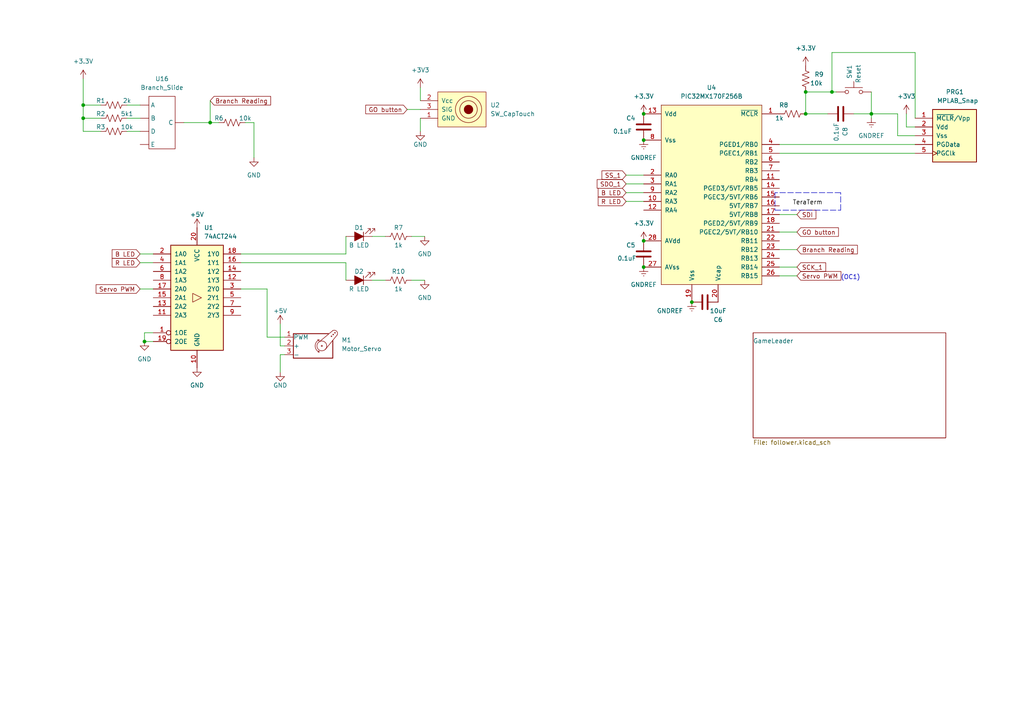
<source format=kicad_sch>
(kicad_sch (version 20211123) (generator eeschema)
  (paper "A4")
  (lib_symbols
    (symbol "218 spdl:74xxx244" (pin_names (offset 1.016))
      (property "Reference" "U" (at -7.62 16.51 0))
      (property "Value" "74xxx244" (at -7.62 -16.51 0))
      (symbol "74xxx244_1_0"
        (polyline (pts (xy 1.27 0) (xy -1.27 1.27) (xy -1.27 -1.27) (xy 1.27 0)) (stroke (width 0.1524)))
        (pin input inverted (at -12.7 -10.16 0) (length 5.08) (name "1OE") (number "1"))
        (pin power_in line (at 0 -20.32 90) (length 5.08) (name "GND") (number "10"))
        (pin input line (at -12.7 -5.08 0) (length 5.08) (name "2A3") (number "11"))
        (pin output line (at 12.7 5.08 180) (length 5.08) (name "1Y3") (number "12"))
        (pin input line (at -12.7 -2.54 0) (length 5.08) (name "2A2") (number "13"))
        (pin output line (at 12.7 7.62 180) (length 5.08) (name "1Y2") (number "14"))
        (pin input line (at -12.7 0 0) (length 5.08) (name "2A1") (number "15"))
        (pin output line (at 12.7 10.16 180) (length 5.08) (name "1Y1") (number "16"))
        (pin input line (at -12.7 2.54 0) (length 5.08) (name "2A0") (number "17"))
        (pin output line (at 12.7 12.7 180) (length 5.08) (name "1Y0") (number "18"))
        (pin input inverted (at -12.7 -12.7 0) (length 5.08) (name "2OE") (number "19"))
        (pin input line (at -12.7 12.7 0) (length 5.08) (name "1A0") (number "2"))
        (pin power_in line (at 0 20.32 270) (length 5.08) (name "VCC") (number "20"))
        (pin output line (at 12.7 2.54 180) (length 5.08) (name "2Y0") (number "3"))
        (pin input line (at -12.7 10.16 0) (length 5.08) (name "1A1") (number "4"))
        (pin output line (at 12.7 0 180) (length 5.08) (name "2Y1") (number "5"))
        (pin input line (at -12.7 7.62 0) (length 5.08) (name "1A2") (number "6"))
        (pin output line (at 12.7 -2.54 180) (length 5.08) (name "2Y2") (number "7"))
        (pin input line (at -12.7 5.08 0) (length 5.08) (name "1A3") (number "8"))
        (pin output line (at 12.7 -5.08 180) (length 5.08) (name "2Y3") (number "9"))
      )
      (symbol "74xxx244_1_1"
        (rectangle (start -7.62 15.24) (end 7.62 -15.24) (stroke (width 0.254)) (fill (type background)))
      )
    )
    (symbol "218 spdl:LED" (pin_numbers hide) (pin_names (offset 1.016) hide)
      (property "Reference" "D" (at 0 2.54 0))
      (property "Value" "LED" (at 0 -2.54 0))
      (symbol "LED_0_1"
        (polyline (pts (xy -1.27 -1.27) (xy -1.27 1.27)) (stroke (width 0.2032)))
        (polyline (pts (xy -1.27 0) (xy 1.27 0)))
        (polyline (pts (xy 1.27 -1.27) (xy 1.27 1.27) (xy -1.27 0) (xy 1.27 -1.27)) (stroke (width 0.2032)) (fill (type outline)))
        (polyline (pts (xy -3.048 -0.762) (xy -4.572 -2.286) (xy -3.81 -2.286) (xy -4.572 -2.286) (xy -4.572 -1.524)))
        (polyline (pts (xy -1.778 -0.762) (xy -3.302 -2.286) (xy -2.54 -2.286) (xy -3.302 -2.286) (xy -3.302 -1.524)))
      )
      (symbol "LED_1_1"
        (pin passive line (at -3.81 0 0) (length 2.54) (name "K") (number "1"))
        (pin passive line (at 3.81 0 180) (length 2.54) (name "A") (number "2"))
      )
    )
    (symbol "218 spdl:Motor_Servo" (pin_names (offset 0.0254))
      (property "Reference" "M" (at -5.08 4.445 0))
      (property "Value" "Motor_Servo" (at -5.08 -4.064 0))
      (symbol "Motor_Servo_0_1"
        (polyline (pts (xy 2.413 -1.778) (xy 2.032 -1.778)))
        (polyline (pts (xy 2.413 -1.778) (xy 2.286 -1.397)))
        (polyline (pts (xy 2.413 1.778) (xy 1.905 1.778)))
        (polyline (pts (xy 2.413 1.778) (xy 2.286 1.397)))
        (polyline (pts (xy 6.35 4.445) (xy 2.54 1.27)))
        (polyline (pts (xy 7.62 3.175) (xy 4.191 -1.016)))
        (polyline (pts (xy 5.08 3.556) (xy -5.08 3.556) (xy -5.08 -3.556) (xy 6.35 -3.556) (xy 6.35 1.524)) (stroke (width 0.254)))
        (arc (start 2.413 1.778) (mid 1.2406 0) (end 2.413 -1.778))
        (circle (center 3.175 0) (radius 0.1778))
        (circle (center 3.175 0) (radius 1.4224))
        (circle (center 5.969 2.794) (radius 0.127))
        (circle (center 6.477 3.302) (radius 0.127))
        (circle (center 6.985 3.81) (radius 0.127))
        (arc (start 7.62 3.175) (mid 7.4485 4.2735) (end 6.35 4.445))
      )
      (symbol "Motor_Servo_1_1"
        (pin passive line (at -7.62 2.54 0) (length 2.54) (name "PWM") (number "1"))
        (pin passive line (at -7.62 0 0) (length 2.54) (name "+") (number "2"))
        (pin passive line (at -7.62 -2.54 0) (length 2.54) (name "-") (number "3"))
      )
    )
    (symbol "218 spdl:Res1" (pin_numbers hide) (pin_names (offset 0))
      (property "Reference" "R" (at 2.54 0 90))
      (property "Value" "Res1" (at -2.54 0 90))
      (symbol "Res1_0_1"
        (polyline (pts (xy 0 -2.286) (xy 0 -2.54)))
        (polyline (pts (xy 0 2.286) (xy 0 2.54)))
        (polyline (pts (xy 0 -0.762) (xy 1.016 -1.143) (xy 0 -1.524) (xy -1.016 -1.905) (xy 0 -2.286)))
        (polyline (pts (xy 0 0.762) (xy 1.016 0.381) (xy 0 0) (xy -1.016 -0.381) (xy 0 -0.762)))
        (polyline (pts (xy 0 2.286) (xy 1.016 1.905) (xy 0 1.524) (xy -1.016 1.143) (xy 0 0.762)))
      )
      (symbol "Res1_1_1"
        (pin passive line (at 0 3.81 270) (length 1.27) (name "~") (number "1"))
        (pin passive line (at 0 -3.81 90) (length 1.27) (name "~") (number "2"))
      )
    )
    (symbol "218 spdl:SW_CapTouch" (pin_names (offset 1.016))
      (property "Reference" "U" (at -3.81 6.35 0))
      (property "Value" "SW_CapTouch" (at 2.54 -6.35 0))
      (symbol "SW_CapTouch_0_1"
        (rectangle (start -5.08 5.08) (end 8.89 -5.08) (fill (type background)))
        (circle (center 3.81 0) (radius 1.27) (fill (type outline)))
        (circle (center 3.81 0) (radius 2.54))
        (circle (center 3.81 0) (radius 3.81))
      )
      (symbol "SW_CapTouch_1_1"
        (pin power_in line (at -10.16 -2.54 0) (length 5.08) (name "GND") (number "1"))
        (pin power_in line (at -10.16 2.54 0) (length 5.08) (name "Vcc") (number "2"))
        (pin output line (at -10.16 0 0) (length 5.08) (name "SIG") (number "3"))
      )
    )
    (symbol "Custom_Library:Slide_SW"
      (property "Reference" "U" (at 0 1.27 0))
      (property "Value" "Slide_SW" (at 0 3.81 0))
      (symbol "Slide_SW_0_1"
        (rectangle (start -3.81 0) (end 3.81 -15.24))
      )
      (symbol "Slide_SW_1_1"
        (pin output line (at -6.35 -2.54 0) (length 2.54) (name "A") (number ""))
        (pin output line (at -6.35 -6.35 0) (length 2.54) (name "B") (number ""))
        (pin input line (at 6.35 -7.62 180) (length 2.54) (name "C") (number ""))
        (pin output line (at -6.35 -10.16 0) (length 2.54) (name "D") (number ""))
        (pin output line (at -6.35 -13.97 0) (length 2.54) (name "E") (number ""))
      )
    )
    (symbol "ME218_BaseLib:Cap" (pin_numbers hide) (pin_names (offset 0.254))
      (property "Reference" "C" (at 0.635 2.54 0))
      (property "Value" "Cap" (at 0.635 -2.54 0))
      (symbol "Cap_0_1"
        (polyline (pts (xy -2.032 -0.762) (xy 2.032 -0.762)) (stroke (width 0.508)))
        (polyline (pts (xy -2.032 0.762) (xy 2.032 0.762)) (stroke (width 0.508)))
      )
      (symbol "Cap_1_1"
        (pin passive line (at 0 3.81 270) (length 2.794) (name "~") (number "1"))
        (pin passive line (at 0 -3.81 90) (length 2.794) (name "~") (number "2"))
      )
    )
    (symbol "ME218_BaseLib:MPLAB_Snap" (pin_names (offset 1.016))
      (property "Reference" "PRG" (at 0 8.89 0))
      (property "Value" "MPLAB_Snap" (at 8.89 1.27 90))
      (symbol "MPLAB_Snap_0_1"
        (rectangle (start -6.35 7.62) (end 6.35 -7.62) (stroke (width 0.254)) (fill (type background)))
      )
      (symbol "MPLAB_Snap_1_1"
        (pin output line (at -11.43 5.08 0) (length 5.08) (name "~{MCLR}/Vpp") (number "1"))
        (pin input line (at -11.43 2.54 0) (length 5.08) (name "Vdd") (number "2"))
        (pin input line (at -11.43 0 0) (length 5.08) (name "Vss") (number "3"))
        (pin bidirectional line (at -11.43 -2.54 0) (length 5.08) (name "PGData") (number "4"))
        (pin output clock (at -11.43 -5.08 0) (length 5.08) (name "PGClk") (number "5"))
        (pin no_connect line (at -2.54 -11.43 0) (length 5.08) hide (name "NC") (number "6"))
        (pin no_connect line (at -2.54 -13.97 0) (length 5.08) hide (name "NC") (number "7"))
        (pin no_connect line (at -2.54 -16.51 0) (length 5.08) hide (name "NC") (number "8"))
      )
    )
    (symbol "ME218_BaseLib:PIC32MX170F256B" (pin_names (offset 1.016))
      (property "Reference" "U" (at -20.32 25.4 0))
      (property "Value" "PIC32MX170F256B" (at -7.62 25.4 0))
      (symbol "PIC32MX170F256B_0_1"
        (rectangle (start -21.59 24.13) (end 7.62 -27.94) (fill (type background)))
      )
      (symbol "PIC32MX170F256B_1_1"
        (pin input line (at 12.7 21.59 180) (length 5.08) (name "~{MCLR}") (number "1"))
        (pin bidirectional line (at -26.67 -3.81 0) (length 5.08) (name "RA3") (number "10"))
        (pin bidirectional line (at 12.7 2.54 180) (length 5.08) (name "RB4") (number "11"))
        (pin bidirectional line (at -26.67 -6.35 0) (length 5.08) (name "RA4") (number "12"))
        (pin power_in line (at -26.67 21.59 0) (length 5.08) (name "Vdd") (number "13"))
        (pin bidirectional line (at 12.7 0 180) (length 5.08) (name "PGED3/5VT/RB5") (number "14"))
        (pin bidirectional line (at 12.7 -2.54 180) (length 5.08) (name "PGEC3/5VT/RB6") (number "15"))
        (pin bidirectional line (at 12.7 -5.08 180) (length 5.08) (name "5VT/RB7") (number "16"))
        (pin bidirectional line (at 12.7 -7.62 180) (length 5.08) (name "5VT/RB8") (number "17"))
        (pin bidirectional line (at 12.7 -10.16 180) (length 5.08) (name "PGED2/5VT/RB9") (number "18"))
        (pin power_in line (at -12.7 -33.02 90) (length 5.08) (name "Vss") (number "19"))
        (pin bidirectional line (at -26.67 3.81 0) (length 5.08) (name "RA0") (number "2"))
        (pin input line (at -5.08 -33.02 90) (length 5.08) (name "Vcap") (number "20"))
        (pin bidirectional line (at 12.7 -12.7 180) (length 5.08) (name "PGEC2/5VT/RB10") (number "21"))
        (pin bidirectional line (at 12.7 -15.24 180) (length 5.08) (name "RB11") (number "22"))
        (pin bidirectional line (at 12.7 -17.78 180) (length 5.08) (name "RB12") (number "23"))
        (pin bidirectional line (at 12.7 -20.32 180) (length 5.08) (name "RB13") (number "24"))
        (pin bidirectional line (at 12.7 -22.86 180) (length 5.08) (name "RB14") (number "25"))
        (pin bidirectional line (at 12.7 -25.4 180) (length 5.08) (name "RB15") (number "26"))
        (pin power_in line (at -26.67 -22.86 0) (length 5.08) (name "AVss") (number "27"))
        (pin power_in line (at -26.67 -15.24 0) (length 5.08) (name "AVdd") (number "28"))
        (pin bidirectional line (at -26.67 1.27 0) (length 5.08) (name "RA1") (number "3"))
        (pin bidirectional line (at 12.7 12.7 180) (length 5.08) (name "PGED1/RB0") (number "4"))
        (pin bidirectional line (at 12.7 10.16 180) (length 5.08) (name "PGEC1/RB1") (number "5"))
        (pin bidirectional line (at 12.7 7.62 180) (length 5.08) (name "RB2") (number "6"))
        (pin bidirectional line (at 12.7 5.08 180) (length 5.08) (name "RB3") (number "7"))
        (pin power_in line (at -26.67 13.97 0) (length 5.08) (name "Vss") (number "8"))
        (pin bidirectional line (at -26.67 -1.27 0) (length 5.08) (name "RA2") (number "9"))
      )
    )
    (symbol "ME218_BaseLib:Res1" (pin_numbers hide) (pin_names (offset 0))
      (property "Reference" "R" (at 2.54 0 90))
      (property "Value" "Res1" (at -2.54 0 90))
      (symbol "Res1_0_1"
        (polyline (pts (xy 0 -2.286) (xy 0 -2.54)))
        (polyline (pts (xy 0 2.286) (xy 0 2.54)))
        (polyline (pts (xy 0 -0.762) (xy 1.016 -1.143) (xy 0 -1.524) (xy -1.016 -1.905) (xy 0 -2.286)))
        (polyline (pts (xy 0 0.762) (xy 1.016 0.381) (xy 0 0) (xy -1.016 -0.381) (xy 0 -0.762)))
        (polyline (pts (xy 0 2.286) (xy 1.016 1.905) (xy 0 1.524) (xy -1.016 1.143) (xy 0 0.762)))
      )
      (symbol "Res1_1_1"
        (pin passive line (at 0 3.81 270) (length 1.27) (name "~") (number "1"))
        (pin passive line (at 0 -3.81 90) (length 1.27) (name "~") (number "2"))
      )
    )
    (symbol "ME218_BaseLib:SW-PB" (pin_numbers hide) (pin_names (offset 1.016) hide)
      (property "Reference" "SW" (at 1.27 2.54 0))
      (property "Value" "SW-PB" (at 0 -1.524 0))
      (symbol "SW-PB_0_1"
        (circle (center -2.032 0) (radius 0.508))
        (polyline (pts (xy 0 1.27) (xy 0 3.048)))
        (polyline (pts (xy 2.54 1.27) (xy -2.54 1.27)))
        (circle (center 2.032 0) (radius 0.508))
        (pin passive line (at -5.08 0 0) (length 2.54) (name "1") (number "1"))
        (pin passive line (at 5.08 0 180) (length 2.54) (name "2") (number "2"))
      )
    )
    (symbol "power:+3.3V" (power) (pin_names (offset 0))
      (property "Value" "+3.3V" (at 0 3.556 0))
      (symbol "+3.3V_0_1"
        (polyline (pts (xy -0.762 1.27) (xy 0 2.54)))
        (polyline (pts (xy 0 0) (xy 0 2.54)))
        (polyline (pts (xy 0 2.54) (xy 0.762 1.27)))
      )
      (symbol "+3.3V_1_1"
        (pin power_in line (at 0 0 90) (length 0) hide (name "+3.3V") (number "1"))
      )
    )
    (symbol "power:+3V3" (power) (pin_names (offset 0))
      (property "Value" "+3V3" (at 0 3.556 0))
      (symbol "+3V3_0_1"
        (polyline (pts (xy -0.762 1.27) (xy 0 2.54)))
        (polyline (pts (xy 0 0) (xy 0 2.54)))
        (polyline (pts (xy 0 2.54) (xy 0.762 1.27)))
      )
      (symbol "+3V3_1_1"
        (pin power_in line (at 0 0 90) (length 0) hide (name "+3V3") (number "1"))
      )
    )
    (symbol "power:+5V" (power) (pin_names (offset 0))
      (property "Value" "+5V" (at 0 3.556 0))
      (symbol "+5V_0_1"
        (polyline (pts (xy -0.762 1.27) (xy 0 2.54)))
        (polyline (pts (xy 0 0) (xy 0 2.54)))
        (polyline (pts (xy 0 2.54) (xy 0.762 1.27)))
      )
      (symbol "+5V_1_1"
        (pin power_in line (at 0 0 90) (length 0) hide (name "+5V") (number "1"))
      )
    )
    (symbol "power:GND" (power) (pin_names (offset 0))
      (property "Value" "GND" (at 0 -3.81 0))
      (symbol "GND_0_1"
        (polyline (pts (xy 0 0) (xy 0 -1.27) (xy 1.27 -1.27) (xy 0 -2.54) (xy -1.27 -1.27) (xy 0 -1.27)))
      )
      (symbol "GND_1_1"
        (pin power_in line (at 0 0 270) (length 0) hide (name "GND") (number "1"))
      )
    )
    (symbol "power:GNDREF" (power) (pin_names (offset 0))
      (property "Value" "GNDREF" (at 0 -3.81 0))
      (symbol "GNDREF_0_1"
        (polyline (pts (xy -0.635 -1.905) (xy 0.635 -1.905)))
        (polyline (pts (xy -0.127 -2.54) (xy 0.127 -2.54)))
        (polyline (pts (xy 0 -1.27) (xy 0 0)))
        (polyline (pts (xy 1.27 -1.27) (xy -1.27 -1.27)))
      )
      (symbol "GNDREF_1_1"
        (pin power_in line (at 0 0 270) (length 0) hide (name "GNDREF") (number "1"))
      )
    )
  )
  (junction (at 24.13 34.29))
  (junction (at 186.69 69.85))
  (junction (at 233.68 33.02))
  (junction (at 241.3 26.67))
  (junction (at 186.69 33.02))
  (junction (at 200.66 87.63))
  (junction (at 186.69 77.47))
  (junction (at 186.69 40.64))
  (junction (at 24.13 30.48))
  (junction (at 252.73 33.02))
  (junction (at 60.96 35.56))
  (junction (at 41.91 99.06))
  (junction (at 233.68 26.67))
  (wire (pts (xy 77.47 83.82) (xy 69.85 83.82)))
  (wire (pts (xy 265.43 36.83) (xy 262.89 36.83)))
  (wire (pts (xy 241.3 26.67) (xy 233.68 26.67)))
  (wire (pts (xy 100.33 73.66) (xy 100.33 68.58)))
  (wire (pts (xy 36.83 34.29) (xy 40.64 34.29)))
  (wire (pts (xy 242.57 26.67) (xy 241.3 26.67)))
  (wire (pts (xy 265.43 34.29) (xy 265.43 15.24)))
  (wire (pts (xy 41.91 99.06) (xy 44.45 99.06)))
  (wire (pts (xy 231.14 62.23) (xy 226.06 62.23)))
  (wire (pts (xy 40.64 73.66) (xy 44.45 73.66)))
  (wire (pts (xy 226.06 77.47) (xy 231.14 77.47)))
  (wire (pts (xy 181.61 53.34) (xy 186.69 53.34)))
  (wire (pts (xy 233.68 33.02) (xy 240.03 33.02)))
  (wire (pts (xy 260.35 33.02) (xy 260.35 39.37)))
  (wire (pts (xy 77.47 97.79) (xy 77.47 83.82)))
  (wire (pts (xy 265.43 39.37) (xy 260.35 39.37)))
  (wire (pts (xy 226.06 41.91) (xy 265.43 41.91)))
  (wire (pts (xy 60.96 35.56) (xy 53.34 35.56)))
  (wire (pts (xy 262.89 33.02) (xy 262.89 36.83)))
  (wire (pts (xy 29.21 34.29) (xy 24.13 34.29)))
  (wire (pts (xy 226.06 67.31) (xy 231.14 67.31)))
  (wire (pts (xy 63.5 35.56) (xy 60.96 35.56)))
  (wire (pts (xy 119.38 68.58) (xy 123.19 68.58)))
  (wire (pts (xy 24.13 30.48) (xy 24.13 34.29)))
  (wire (pts (xy 118.11 31.75) (xy 121.92 31.75)))
  (wire (pts (xy 36.83 38.1) (xy 40.64 38.1)))
  (wire (pts (xy 186.69 55.88) (xy 181.61 55.88)))
  (wire (pts (xy 24.13 38.1) (xy 24.13 34.29)))
  (wire (pts (xy 241.3 15.24) (xy 241.3 26.67)))
  (polyline (pts (xy 243.84 60.96) (xy 243.84 55.88)))
  (wire (pts (xy 252.73 33.02) (xy 260.35 33.02)))
  (polyline (pts (xy 224.79 55.88) (xy 224.79 60.96)))
  (wire (pts (xy 186.69 58.42) (xy 181.61 58.42)))
  (wire (pts (xy 81.28 100.33) (xy 82.55 100.33)))
  (wire (pts (xy 81.28 102.87) (xy 82.55 102.87)))
  (wire (pts (xy 60.96 29.21) (xy 60.96 35.56)))
  (polyline (pts (xy 224.79 60.96) (xy 243.84 60.96)))
  (wire (pts (xy 181.61 50.8) (xy 186.69 50.8)))
  (wire (pts (xy 44.45 96.52) (xy 41.91 96.52)))
  (wire (pts (xy 36.83 30.48) (xy 40.64 30.48)))
  (wire (pts (xy 226.06 80.01) (xy 231.14 80.01)))
  (wire (pts (xy 24.13 22.86) (xy 24.13 30.48)))
  (polyline (pts (xy 243.84 55.88) (xy 224.79 55.88)))
  (wire (pts (xy 119.38 81.28) (xy 123.19 81.28)))
  (wire (pts (xy 69.85 73.66) (xy 100.33 73.66)))
  (wire (pts (xy 40.64 76.2) (xy 44.45 76.2)))
  (wire (pts (xy 77.47 97.79) (xy 82.55 97.79)))
  (wire (pts (xy 107.95 68.58) (xy 111.76 68.58)))
  (wire (pts (xy 252.73 26.67) (xy 252.73 33.02)))
  (wire (pts (xy 24.13 30.48) (xy 29.21 30.48)))
  (wire (pts (xy 252.73 33.02) (xy 252.73 34.29)))
  (wire (pts (xy 226.06 44.45) (xy 265.43 44.45)))
  (wire (pts (xy 121.92 25.4) (xy 121.92 29.21)))
  (wire (pts (xy 73.66 35.56) (xy 73.66 45.72)))
  (wire (pts (xy 41.91 96.52) (xy 41.91 99.06)))
  (wire (pts (xy 233.68 26.67) (xy 233.68 33.02)))
  (wire (pts (xy 71.12 35.56) (xy 73.66 35.56)))
  (wire (pts (xy 107.95 81.28) (xy 111.76 81.28)))
  (wire (pts (xy 226.06 72.39) (xy 231.14 72.39)))
  (wire (pts (xy 100.33 76.2) (xy 100.33 81.28)))
  (wire (pts (xy 69.85 76.2) (xy 100.33 76.2)))
  (wire (pts (xy 81.28 93.98) (xy 81.28 100.33)))
  (wire (pts (xy 247.65 33.02) (xy 252.73 33.02)))
  (wire (pts (xy 40.64 83.82) (xy 44.45 83.82)))
  (wire (pts (xy 121.92 34.29) (xy 121.92 38.1)))
  (wire (pts (xy 241.3 15.24) (xy 265.43 15.24)))
  (wire (pts (xy 81.28 102.87) (xy 81.28 107.95)))
  (wire (pts (xy 29.21 38.1) (xy 24.13 38.1)))
  (text "(OC1)" (at 243.84 81.28 0) (effects (font (size 1.27 1.27)) (justify left bottom)))
  (label "TeraTerm" (at 229.87 59.69 0))
  (global_label "R LED" (shape input) (at 181.61 58.42 180) (property "Intersheet References" "${INTERSHEET_REFS}" (effects hide)))
  (global_label "Servo PWM" (shape input) (at 231.14 80.01 0) (property "Intersheet References" "${INTERSHEET_REFS}" (effects hide)))
  (global_label "B LED" (shape input) (at 181.61 55.88 180) (property "Intersheet References" "${INTERSHEET_REFS}" (effects hide)))
  (global_label "SDI" (shape input) (at 231.14 62.23 0) (property "Intersheet References" "${INTERSHEET_REFS}" (effects hide)))
  (global_label "Servo PWM" (shape input) (at 40.64 83.82 180) (property "Intersheet References" "${INTERSHEET_REFS}" (effects hide)))
  (global_label "B LED" (shape input) (at 40.64 73.66 180) (property "Intersheet References" "${INTERSHEET_REFS}" (effects hide)))
  (global_label "Branch Reading" (shape input) (at 60.96 29.21 0) (property "Intersheet References" "${INTERSHEET_REFS}" (effects hide)))
  (global_label "R LED" (shape input) (at 40.64 76.2 180) (property "Intersheet References" "${INTERSHEET_REFS}" (effects hide)))
  (global_label "GO button" (shape input) (at 231.14 67.31 0) (property "Intersheet References" "${INTERSHEET_REFS}" (effects hide)))
  (global_label "Branch Reading" (shape input) (at 231.14 72.39 0) (property "Intersheet References" "${INTERSHEET_REFS}" (effects hide)))
  (global_label "SDO_1" (shape input) (at 181.61 53.34 180) (property "Intersheet References" "${INTERSHEET_REFS}" (effects hide)))
  (global_label "SS_1" (shape input) (at 181.61 50.8 180) (property "Intersheet References" "${INTERSHEET_REFS}" (effects hide)))
  (global_label "GO button" (shape input) (at 118.11 31.75 180) (property "Intersheet References" "${INTERSHEET_REFS}" (effects hide)))
  (global_label "SCK_1" (shape input) (at 231.14 77.47 0) (property "Intersheet References" "${INTERSHEET_REFS}" (effects hide)))
  (symbol (lib_id "ME218_BaseLib:Res1") (at 229.87 33.02 90) (unit 1)
    (property "Reference" "R8" (at 227.33 30.48 90))
    (property "Value" "1k" (at 226.06 34.29 90))
  )
  (symbol (lib_id "218 spdl:LED") (at 104.14 68.58 180) (unit 1)
    (property "Reference" "D1" (at 104.14 66.04 0))
    (property "Value" "B LED" (at 104.14 71.12 0))
  )
  (symbol (lib_id "power:+5V") (at 57.15 66.04 0) (unit 1)
    (property "Reference" "#PWR03" (effects hide))
    (property "Value" "+5V" (at 57.15 62.23 0))
  )
  (symbol (lib_id "218 spdl:Res1") (at 115.57 81.28 90) (unit 1)
    (property "Reference" "R10" (at 115.57 78.74 90))
    (property "Value" "1k" (at 115.57 83.82 90))
  )
  (symbol (lib_id "218 spdl:74xxx244") (at 57.15 86.36 0) (unit 1)
    (property "Reference" "U1" (at 59.1694 66.04 0) (effects (justify left)))
    (property "Value" "74ACT244" (at 59.1694 68.58 0) (effects (justify left)))
  )
  (symbol (lib_id "power:GNDREF") (at 186.69 77.47 0) (unit 1)
    (property "Reference" "#PWR012" (effects hide))
    (property "Value" "GNDREF" (at 186.69 82.55 0))
  )
  (symbol (lib_id "power:+3.3V") (at 233.68 19.05 0) (unit 1)
    (property "Reference" "#PWR017" (effects hide))
    (property "Value" "+3.3V" (at 233.68 13.97 0))
  )
  (symbol (lib_id "power:GNDREF") (at 200.66 87.63 0) (unit 1)
    (property "Reference" "#PWR013" (effects hide))
    (property "Value" "GNDREF" (at 194.31 90.17 0))
  )
  (symbol (lib_id "power:+3V3") (at 121.92 25.4 0) (unit 1)
    (property "Reference" "#PWR02" (effects hide))
    (property "Value" "+3V3" (at 121.92 20.32 0))
  )
  (symbol (lib_id "power:GND") (at 123.19 81.28 0) (unit 1)
    (property "Reference" "#PWR014" (effects hide))
    (property "Value" "GND" (at 123.19 86.36 0))
  )
  (symbol (lib_id "power:GND") (at 73.66 45.72 0) (unit 1)
    (property "Reference" "#PWR016" (effects hide))
    (property "Value" "GND" (at 73.66 50.8 0))
  )
  (symbol (lib_id "power:GND") (at 123.19 68.58 0) (unit 1)
    (property "Reference" "#PWR06" (effects hide))
    (property "Value" "GND" (at 123.19 73.66 0))
  )
  (symbol (lib_id "ME218_BaseLib:Cap") (at 186.69 36.83 180) (unit 1)
    (property "Reference" "C4" (at 181.61 34.29 0) (effects (justify right)))
    (property "Value" " 0.1uF" (at 177.8 38.1 0) (effects (justify right)))
  )
  (symbol (lib_id "power:GND") (at 121.92 38.1 0) (unit 1)
    (property "Reference" "#PWR05" (effects hide))
    (property "Value" "GND" (at 121.92 41.91 0))
  )
  (symbol (lib_id "power:+3.3V") (at 186.69 69.85 0) (unit 1)
    (property "Reference" "#PWR011" (effects hide))
    (property "Value" "+3.3V" (at 186.69 64.77 0))
  )
  (symbol (lib_id "power:+3.3V") (at 186.69 33.02 0) (unit 1)
    (property "Reference" "#PWR09" (effects hide))
    (property "Value" "+3.3V" (at 186.69 27.94 0))
  )
  (symbol (lib_id "power:+5V") (at 81.28 93.98 0) (unit 1)
    (property "Reference" "#PWR07" (effects hide))
    (property "Value" "+5V" (at 81.28 90.17 0))
  )
  (symbol (lib_id "218 spdl:Res1") (at 67.31 35.56 90) (unit 1)
    (property "Reference" "R6" (at 63.5 34.29 90))
    (property "Value" "10k" (at 71.12 34.29 90))
  )
  (symbol (lib_id "ME218_BaseLib:PIC32MX170F256B") (at 213.36 54.61 0) (unit 1)
    (property "Reference" "U4" (at 206.375 25.4 0))
    (property "Value" "PIC32MX170F256B" (at 206.375 27.94 0))
  )
  (symbol (lib_id "power:+3V3") (at 262.89 33.02 0) (unit 1)
    (property "Reference" "#PWR021" (effects hide))
    (property "Value" "+3V3" (at 262.89 27.94 0))
  )
  (symbol (lib_id "218 spdl:Res1") (at 33.02 34.29 90) (unit 1)
    (property "Reference" "R2" (at 29.21 33.02 90))
    (property "Value" "5k1" (at 36.83 33.02 90))
  )
  (symbol (lib_id "218 spdl:LED") (at 104.14 81.28 180) (unit 1)
    (property "Reference" "D2" (at 104.14 78.74 0))
    (property "Value" "R LED" (at 104.14 83.82 0))
  )
  (symbol (lib_id "218 spdl:Motor_Servo") (at 90.17 100.33 0) (unit 1)
    (property "Reference" "M1" (at 99.06 98.6265 0) (effects (justify left)))
    (property "Value" "Motor_Servo" (at 99.06 101.1665 0) (effects (justify left)))
  )
  (symbol (lib_id "power:GND") (at 81.28 107.95 0) (unit 1)
    (property "Reference" "#PWR08" (effects hide))
    (property "Value" "GND" (at 81.28 111.76 0))
  )
  (symbol (lib_id "power:+3.3V") (at 24.13 22.86 0) (unit 1)
    (property "Reference" "#PWR018" (effects hide))
    (property "Value" "+3.3V" (at 24.13 17.78 0))
  )
  (symbol (lib_id "ME218_BaseLib:Cap") (at 243.84 33.02 270) (unit 1)
    (property "Reference" "C8" (at 245.1101 36.83 0) (effects (justify left)))
    (property "Value" " 0.1uF" (at 242.57 35.56 0) (effects (justify left)))
  )
  (symbol (lib_id "ME218_BaseLib:Cap") (at 204.47 87.63 90) (unit 1)
    (property "Reference" "C6" (at 208.28 92.71 90))
    (property "Value" " 10uF" (at 208.28 90.17 90))
  )
  (symbol (lib_id "218 spdl:Res1") (at 33.02 38.1 90) (unit 1)
    (property "Reference" "R3" (at 29.21 36.83 90))
    (property "Value" "10k" (at 36.83 36.83 90))
  )
  (symbol (lib_id "ME218_BaseLib:Cap") (at 186.69 73.66 0) (unit 1)
    (property "Reference" "C5" (at 181.61 71.12 0) (effects (justify left)))
    (property "Value" "0.1uF" (at 179.07 74.93 0) (effects (justify left)))
  )
  (symbol (lib_id "power:GNDREF") (at 252.73 34.29 0) (unit 1)
    (property "Reference" "#PWR019" (effects hide))
    (property "Value" "GNDREF" (at 252.73 39.37 0))
  )
  (symbol (lib_id "218 spdl:Res1") (at 33.02 30.48 90) (unit 1)
    (property "Reference" "R1" (at 29.21 29.21 90))
    (property "Value" "2k" (at 36.83 29.21 90))
  )
  (symbol (lib_id "ME218_BaseLib:Res1") (at 233.68 22.86 0) (unit 1)
    (property "Reference" "R9" (at 236.22 21.5899 0) (effects (justify left)))
    (property "Value" " 10k" (at 234.95 24.13 0) (effects (justify left)))
  )
  (symbol (lib_id "power:GNDREF") (at 186.69 40.64 0) (unit 1)
    (property "Reference" "#PWR010" (effects hide))
    (property "Value" "GNDREF" (at 186.69 45.72 0))
  )
  (symbol (lib_id "power:GND") (at 41.91 99.06 0) (unit 1)
    (property "Reference" "#PWR01" (effects hide))
    (property "Value" "GND" (at 41.91 104.14 0))
  )
  (symbol (lib_id "218 spdl:SW_CapTouch") (at 132.08 31.75 0) (unit 1)
    (property "Reference" "U2" (at 142.24 30.4799 0) (effects (justify left)))
    (property "Value" "SW_CapTouch" (at 142.24 33.0199 0) (effects (justify left)))
  )
  (symbol (lib_id "power:GND") (at 57.15 106.68 0) (unit 1)
    (property "Reference" "#PWR04" (effects hide))
    (property "Value" "GND" (at 57.15 111.76 0))
  )
  (symbol (lib_id "ME218_BaseLib:MPLAB_Snap") (at 276.86 39.37 0) (unit 1)
    (property "Reference" "PRG1" (at 274.32 26.67 0) (effects (justify left)))
    (property "Value" "MPLAB_Snap" (at 271.78 29.21 0) (effects (justify left)))
  )
  (symbol (lib_id "ME218_BaseLib:SW-PB") (at 247.65 26.67 0) (unit 1)
    (property "Reference" "SW1" (at 246.3799 22.86 90) (effects (justify left)))
    (property "Value" " Reset" (at 248.92 24.13 90) (effects (justify left)))
  )
  (symbol (lib_id "218 spdl:Res1") (at 115.57 68.58 90) (unit 1)
    (property "Reference" "R7" (at 115.57 66.04 90))
    (property "Value" "1k" (at 115.57 71.12 90))
  )
  (symbol (lib_id "Custom_Library:Slide_SW") (at 46.99 27.94 0) (unit 1)
    (property "Reference" "U16" (at 46.99 22.86 0))
    (property "Value" "Branch_Slide" (at 46.99 25.4 0))
  )
  (sheet (at 218.44 96.52) (size 55.88 30.48) (stroke (width 0.1524))
    (property "Sheet name" "GameLeader" (at 218.44 99.6184 0) (effects (justify left bottom)))
    (property "Sheet file" "follower.kicad_sch" (at 218.44 127.5846 0) (effects (justify left top)))
  )
)
</source>
